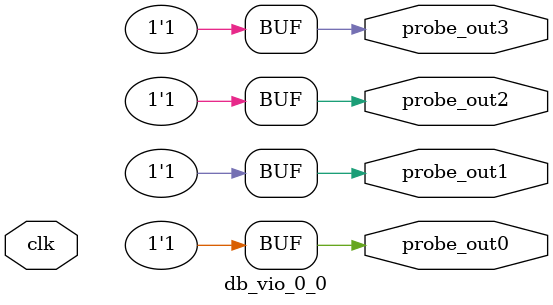
<source format=v>
`timescale 1ns / 1ps
module db_vio_0_0 (
clk,

probe_out0,
probe_out1,
probe_out2,
probe_out3
);

input clk;

output reg [0 : 0] probe_out0 = 'h1 ;
output reg [0 : 0] probe_out1 = 'h1 ;
output reg [0 : 0] probe_out2 = 'h1 ;
output reg [0 : 0] probe_out3 = 'h1 ;


endmodule

</source>
